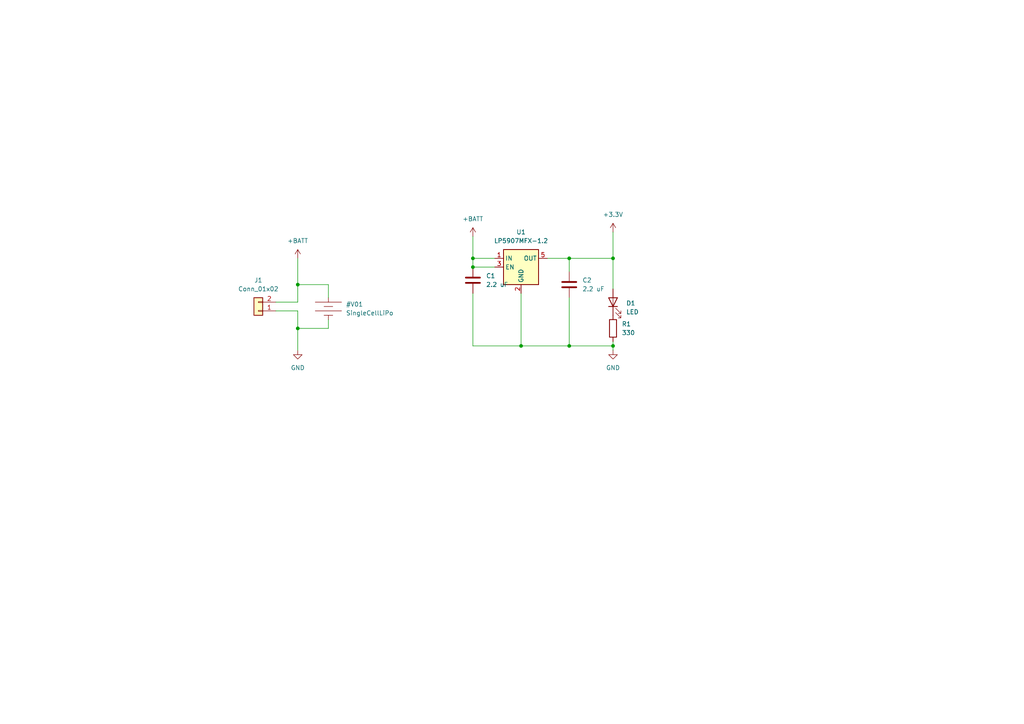
<source format=kicad_sch>
(kicad_sch (version 20230121) (generator eeschema)
  (paper "A4")
  (lib_symbols
    (symbol "Connector_Generic:Conn_01x02" (pin_names (offset 1.016) hide)
      (property "Reference" "J" (at 0 2.54 0))
      (property "Value" "Conn_01x02" (at 0 -5.08 0))
      (symbol "Conn_01x02_1_1"
        (rectangle (start -1.27 -2.413) (end 0 -2.667) (stroke (width 0.1524)))
        (rectangle (start -1.27 0.127) (end 0 -0.127) (stroke (width 0.1524)))
        (rectangle (start -1.27 1.27) (end 1.27 -3.81) (stroke (width 0.254)) (fill (type background)))
        (pin passive line (at -5.08 0 0) (length 3.81) (name "Pin_1") (number "1"))
        (pin passive line (at -5.08 -2.54 0) (length 3.81) (name "Pin_2") (number "2"))
      )
    )
    (symbol "Device:C" (pin_numbers hide) (pin_names (offset 0.254))
      (property "Reference" "C" (at 0.635 2.54 0))
      (property "Value" "C" (at 0.635 -2.54 0))
      (symbol "C_0_1"
        (polyline (pts (xy -2.032 -0.762) (xy 2.032 -0.762)) (stroke (width 0.508)))
        (polyline (pts (xy -2.032 0.762) (xy 2.032 0.762)) (stroke (width 0.508)))
      )
      (symbol "C_1_1"
        (pin passive line (at 0 3.81 270) (length 2.794) (name "~") (number "1"))
        (pin passive line (at 0 -3.81 90) (length 2.794) (name "~") (number "2"))
      )
    )
    (symbol "Device:LED" (pin_numbers hide) (pin_names (offset 1.016) hide)
      (property "Reference" "D" (at 0 2.54 0))
      (property "Value" "LED" (at 0 -2.54 0))
      (symbol "LED_0_1"
        (polyline (pts (xy -1.27 -1.27) (xy -1.27 1.27)) (stroke (width 0.254)))
        (polyline (pts (xy -1.27 0) (xy 1.27 0)))
        (polyline (pts (xy 1.27 -1.27) (xy 1.27 1.27) (xy -1.27 0) (xy 1.27 -1.27)) (stroke (width 0.254)))
        (polyline (pts (xy -3.048 -0.762) (xy -4.572 -2.286) (xy -3.81 -2.286) (xy -4.572 -2.286) (xy -4.572 -1.524)))
        (polyline (pts (xy -1.778 -0.762) (xy -3.302 -2.286) (xy -2.54 -2.286) (xy -3.302 -2.286) (xy -3.302 -1.524)))
      )
      (symbol "LED_1_1"
        (pin passive line (at -3.81 0 0) (length 2.54) (name "K") (number "1"))
        (pin passive line (at 3.81 0 180) (length 2.54) (name "A") (number "2"))
      )
    )
    (symbol "Device:R" (pin_numbers hide) (pin_names (offset 0))
      (property "Reference" "R" (at 2.032 0 90))
      (property "Value" "R" (at 0 0 90))
      (symbol "R_0_1"
        (rectangle (start -1.016 -2.54) (end 1.016 2.54) (stroke (width 0.254)))
      )
      (symbol "R_1_1"
        (pin passive line (at 0 3.81 270) (length 1.27) (name "~") (number "1"))
        (pin passive line (at 0 -3.81 90) (length 1.27) (name "~") (number "2"))
      )
    )
    (symbol "Regulator_Linear:LP5907MFX-1.2"
      (property "Reference" "U" (at -3.81 6.35 0))
      (property "Value" "LP5907MFX-1.2" (at 6.35 6.35 0))
      (symbol "LP5907MFX-1.2_0_1"
        (rectangle (start -5.08 -5.08) (end 5.08 5.08) (stroke (width 0.254)) (fill (type background)))
        (pin power_in line (at -7.62 2.54 0) (length 2.54) (name "IN") (number "1"))
        (pin power_in line (at 0 -7.62 90) (length 2.54) (name "GND") (number "2"))
        (pin input line (at -7.62 0 0) (length 2.54) (name "EN") (number "3"))
        (pin no_connect line (at 5.08 0 180) (length 2.54) hide (name "NC") (number "4"))
        (pin power_out line (at 7.62 2.54 180) (length 2.54) (name "OUT") (number "5"))
      )
    )
    (symbol "minimouse:SingleCellLiPo" (power) (pin_numbers hide) (pin_names hide) (in_bom no) (on_board no)
      (property "Reference" "V" (at 1.8796 0.3048 0))
      (property "Value" "SingleCellLiPo" (at -11.43 1.27 0))
      (symbol "SingleCellLiPo_0_1"
        (polyline (pts (xy -3.81 0) (xy 3.81 0)))
        (polyline (pts (xy -3.81 2.54) (xy 3.81 2.54)))
        (polyline (pts (xy -1.27 -1.27) (xy 1.27 -1.27)))
        (polyline (pts (xy -1.27 1.27) (xy 1.27 1.27)))
      )
      (symbol "SingleCellLiPo_1_1"
        (pin power_out line (at 0 -2.54 90) (length 1.27) (name "+") (number ""))
        (pin power_out line (at 0 3.81 270) (length 1.27) (name "+") (number ""))
      )
    )
    (symbol "power:+3.3V" (power) (pin_names (offset 0))
      (property "Value" "+3.3V" (at 0 3.556 0))
      (symbol "+3.3V_0_1"
        (polyline (pts (xy -0.762 1.27) (xy 0 2.54)))
        (polyline (pts (xy 0 0) (xy 0 2.54)))
        (polyline (pts (xy 0 2.54) (xy 0.762 1.27)))
      )
      (symbol "+3.3V_1_1"
        (pin power_in line (at 0 0 90) (length 0) hide (name "+3.3V") (number "1"))
      )
    )
    (symbol "power:+BATT" (power) (pin_names (offset 0))
      (property "Value" "+BATT" (at 0 3.556 0))
      (symbol "+BATT_0_1"
        (polyline (pts (xy -0.762 1.27) (xy 0 2.54)))
        (polyline (pts (xy 0 0) (xy 0 2.54)))
        (polyline (pts (xy 0 2.54) (xy 0.762 1.27)))
      )
      (symbol "+BATT_1_1"
        (pin power_in line (at 0 0 90) (length 0) hide (name "+BATT") (number "1"))
      )
    )
    (symbol "power:GND" (power) (pin_names (offset 0))
      (property "Value" "GND" (at 0 -3.81 0))
      (symbol "GND_0_1"
        (polyline (pts (xy 0 0) (xy 0 -1.27) (xy 1.27 -1.27) (xy 0 -2.54) (xy -1.27 -1.27) (xy 0 -1.27)))
      )
      (symbol "GND_1_1"
        (pin power_in line (at 0 0 270) (length 0) hide (name "GND") (number "1"))
      )
    )
  )
  (junction (at 137.16 77.47))
  (junction (at 86.36 82.55))
  (junction (at 151.13 100.33))
  (junction (at 177.8 74.93))
  (junction (at 165.1 100.33))
  (junction (at 177.8 100.33))
  (junction (at 86.36 95.25))
  (junction (at 137.16 74.93))
  (junction (at 165.1 74.93))
  (wire (pts (xy 151.13 85.09) (xy 151.13 100.33)))
  (wire (pts (xy 165.1 86.36) (xy 165.1 100.33)))
  (wire (pts (xy 137.16 77.47) (xy 137.16 74.93)))
  (wire (pts (xy 86.36 90.17) (xy 86.36 95.25)))
  (wire (pts (xy 137.16 68.58) (xy 137.16 74.93)))
  (wire (pts (xy 165.1 100.33) (xy 177.8 100.33)))
  (wire (pts (xy 86.36 74.93) (xy 86.36 82.55)))
  (wire (pts (xy 95.25 86.36) (xy 95.25 82.55)))
  (wire (pts (xy 177.8 67.31) (xy 177.8 74.93)))
  (wire (pts (xy 137.16 85.09) (xy 137.16 100.33)))
  (wire (pts (xy 143.51 77.47) (xy 137.16 77.47)))
  (wire (pts (xy 151.13 100.33) (xy 165.1 100.33)))
  (wire (pts (xy 165.1 74.93) (xy 165.1 78.74)))
  (wire (pts (xy 95.25 92.71) (xy 95.25 95.25)))
  (wire (pts (xy 80.01 87.63) (xy 86.36 87.63)))
  (wire (pts (xy 137.16 100.33) (xy 151.13 100.33)))
  (wire (pts (xy 137.16 74.93) (xy 143.51 74.93)))
  (wire (pts (xy 177.8 100.33) (xy 177.8 101.6)))
  (wire (pts (xy 177.8 83.82) (xy 177.8 74.93)))
  (wire (pts (xy 86.36 95.25) (xy 86.36 101.6)))
  (wire (pts (xy 95.25 95.25) (xy 86.36 95.25)))
  (wire (pts (xy 158.75 74.93) (xy 165.1 74.93)))
  (wire (pts (xy 86.36 82.55) (xy 95.25 82.55)))
  (wire (pts (xy 177.8 99.06) (xy 177.8 100.33)))
  (wire (pts (xy 86.36 82.55) (xy 86.36 87.63)))
  (wire (pts (xy 165.1 74.93) (xy 177.8 74.93)))
  (wire (pts (xy 80.01 90.17) (xy 86.36 90.17)))
  (symbol (lib_id "power:+BATT") (at 86.36 74.93 0) (unit 1)
    (property "Reference" "#PWR01" (effects hide))
    (property "Value" "+BATT" (at 86.36 69.85 0))
  )
  (symbol (lib_id "Device:C") (at 165.1 82.55 0) (unit 1)
    (property "Reference" "C2" (at 168.91 81.28 0) (effects (justify left)))
    (property "Value" "2.2 uF" (at 168.91 83.82 0) (effects (justify left)))
    (property "Footprint" "Capacitor_SMD:C_0603_1608Metric" (effects hide))
  )
  (symbol (lib_id "minimouse:SingleCellLiPo") (at 95.25 90.17 0) (unit 1) (in_bom no) (on_board no)
    (property "Reference" "#V01" (at 100.33 88.265 0) (effects (justify left)))
    (property "Value" "SingleCellLiPo" (at 100.33 90.805 0) (effects (justify left)))
  )
  (symbol (lib_id "Device:C") (at 137.16 81.28 0) (unit 1)
    (property "Reference" "C1" (at 140.97 80.01 0) (effects (justify left)))
    (property "Value" "2.2 uF" (at 140.97 82.55 0) (effects (justify left)))
    (property "Footprint" "Capacitor_SMD:C_0603_1608Metric" (effects hide))
  )
  (symbol (lib_id "Regulator_Linear:LP5907MFX-1.2") (at 151.13 77.47 0) (unit 1)
    (property "Reference" "U1" (at 151.13 67.31 0))
    (property "Value" "LP5907MFX-1.2" (at 151.13 69.85 0))
    (property "Footprint" "Package_TO_SOT_SMD:SOT-23-5" (effects hide))
    (property "Datasheet" "http://www.ti.com/lit/ds/symlink/lp5907.pdf" (effects hide))
  )
  (symbol (lib_id "Device:LED") (at 177.8 87.63 90) (unit 1)
    (property "Reference" "D1" (at 181.61 87.9475 90) (effects (justify right)))
    (property "Value" "LED" (at 181.61 90.4875 90) (effects (justify right)))
    (property "Footprint" "LED_SMD:LED_0603_1608Metric" (effects hide))
  )
  (symbol (lib_id "power:+3.3V") (at 177.8 67.31 0) (unit 1)
    (property "Reference" "#PWR04" (effects hide))
    (property "Value" "+3.3V" (at 177.8 62.23 0))
  )
  (symbol (lib_id "Device:R") (at 177.8 95.25 0) (unit 1)
    (property "Reference" "R1" (at 180.34 93.98 0) (effects (justify left)))
    (property "Value" "330" (at 180.34 96.52 0) (effects (justify left)))
    (property "Footprint" "Resistor_SMD:R_0603_1608Metric" (effects hide))
  )
  (symbol (lib_id "power:GND") (at 177.8 101.6 0) (unit 1)
    (property "Reference" "#PWR05" (effects hide))
    (property "Value" "GND" (at 177.8 106.68 0))
  )
  (symbol (lib_id "Connector_Generic:Conn_01x02") (at 74.93 90.17 180) (unit 1)
    (property "Reference" "J1" (at 74.93 81.28 0))
    (property "Value" "Conn_01x02" (at 74.93 83.82 0))
    (property "Footprint" "Connector_PinHeader_2.54mm:PinHeader_1x02_P2.54mm_Vertical" (effects hide))
  )
  (symbol (lib_id "power:+BATT") (at 137.16 68.58 0) (unit 1)
    (property "Reference" "#PWR03" (effects hide))
    (property "Value" "+BATT" (at 137.16 63.5 0))
  )
  (symbol (lib_id "power:GND") (at 86.36 101.6 0) (unit 1)
    (property "Reference" "#PWR02" (effects hide))
    (property "Value" "GND" (at 86.36 106.68 0))
  )
)
</source>
